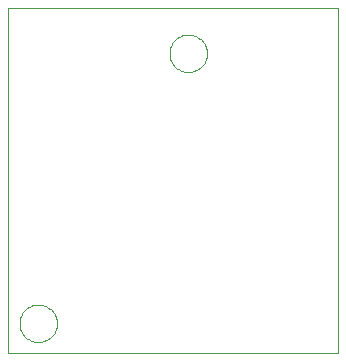
<source format=gbp>
G75*
G70*
%OFA0B0*%
%FSLAX24Y24*%
%IPPOS*%
%LPD*%
%AMOC8*
5,1,8,0,0,1.08239X$1,22.5*
%
%ADD10C,0.0000*%
D10*
X000150Y000550D02*
X000150Y012050D01*
X011150Y012050D01*
X011150Y000550D01*
X000150Y000550D01*
X000525Y001550D02*
X000527Y001600D01*
X000533Y001649D01*
X000543Y001698D01*
X000556Y001745D01*
X000574Y001792D01*
X000595Y001837D01*
X000619Y001880D01*
X000647Y001921D01*
X000678Y001960D01*
X000712Y001996D01*
X000749Y002030D01*
X000789Y002060D01*
X000830Y002087D01*
X000874Y002111D01*
X000919Y002131D01*
X000966Y002147D01*
X001014Y002160D01*
X001063Y002169D01*
X001113Y002174D01*
X001162Y002175D01*
X001212Y002172D01*
X001261Y002165D01*
X001310Y002154D01*
X001357Y002140D01*
X001403Y002121D01*
X001448Y002099D01*
X001491Y002074D01*
X001531Y002045D01*
X001569Y002013D01*
X001605Y001979D01*
X001638Y001941D01*
X001667Y001901D01*
X001693Y001859D01*
X001716Y001815D01*
X001735Y001769D01*
X001751Y001722D01*
X001763Y001673D01*
X001771Y001624D01*
X001775Y001575D01*
X001775Y001525D01*
X001771Y001476D01*
X001763Y001427D01*
X001751Y001378D01*
X001735Y001331D01*
X001716Y001285D01*
X001693Y001241D01*
X001667Y001199D01*
X001638Y001159D01*
X001605Y001121D01*
X001569Y001087D01*
X001531Y001055D01*
X001491Y001026D01*
X001448Y001001D01*
X001403Y000979D01*
X001357Y000960D01*
X001310Y000946D01*
X001261Y000935D01*
X001212Y000928D01*
X001162Y000925D01*
X001113Y000926D01*
X001063Y000931D01*
X001014Y000940D01*
X000966Y000953D01*
X000919Y000969D01*
X000874Y000989D01*
X000830Y001013D01*
X000789Y001040D01*
X000749Y001070D01*
X000712Y001104D01*
X000678Y001140D01*
X000647Y001179D01*
X000619Y001220D01*
X000595Y001263D01*
X000574Y001308D01*
X000556Y001355D01*
X000543Y001402D01*
X000533Y001451D01*
X000527Y001500D01*
X000525Y001550D01*
X005525Y010550D02*
X005527Y010600D01*
X005533Y010649D01*
X005543Y010698D01*
X005556Y010745D01*
X005574Y010792D01*
X005595Y010837D01*
X005619Y010880D01*
X005647Y010921D01*
X005678Y010960D01*
X005712Y010996D01*
X005749Y011030D01*
X005789Y011060D01*
X005830Y011087D01*
X005874Y011111D01*
X005919Y011131D01*
X005966Y011147D01*
X006014Y011160D01*
X006063Y011169D01*
X006113Y011174D01*
X006162Y011175D01*
X006212Y011172D01*
X006261Y011165D01*
X006310Y011154D01*
X006357Y011140D01*
X006403Y011121D01*
X006448Y011099D01*
X006491Y011074D01*
X006531Y011045D01*
X006569Y011013D01*
X006605Y010979D01*
X006638Y010941D01*
X006667Y010901D01*
X006693Y010859D01*
X006716Y010815D01*
X006735Y010769D01*
X006751Y010722D01*
X006763Y010673D01*
X006771Y010624D01*
X006775Y010575D01*
X006775Y010525D01*
X006771Y010476D01*
X006763Y010427D01*
X006751Y010378D01*
X006735Y010331D01*
X006716Y010285D01*
X006693Y010241D01*
X006667Y010199D01*
X006638Y010159D01*
X006605Y010121D01*
X006569Y010087D01*
X006531Y010055D01*
X006491Y010026D01*
X006448Y010001D01*
X006403Y009979D01*
X006357Y009960D01*
X006310Y009946D01*
X006261Y009935D01*
X006212Y009928D01*
X006162Y009925D01*
X006113Y009926D01*
X006063Y009931D01*
X006014Y009940D01*
X005966Y009953D01*
X005919Y009969D01*
X005874Y009989D01*
X005830Y010013D01*
X005789Y010040D01*
X005749Y010070D01*
X005712Y010104D01*
X005678Y010140D01*
X005647Y010179D01*
X005619Y010220D01*
X005595Y010263D01*
X005574Y010308D01*
X005556Y010355D01*
X005543Y010402D01*
X005533Y010451D01*
X005527Y010500D01*
X005525Y010550D01*
M02*

</source>
